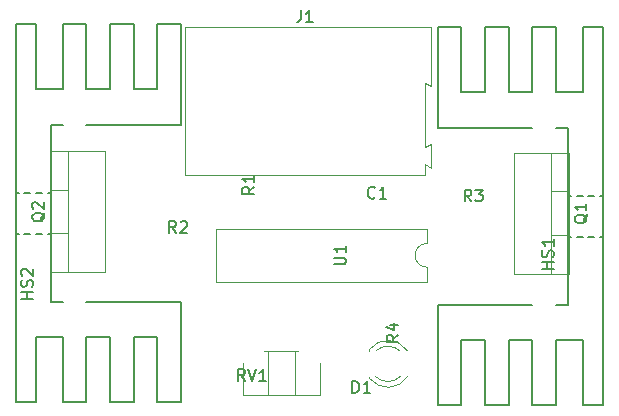
<source format=gbr>
%TF.GenerationSoftware,KiCad,Pcbnew,(5.1.6)-1*%
%TF.CreationDate,2021-10-24T20:30:52+03:00*%
%TF.ProjectId,INTERVER_OSCILLATER,494e5445-5256-4455-925f-4f5343494c4c,0*%
%TF.SameCoordinates,Original*%
%TF.FileFunction,Legend,Top*%
%TF.FilePolarity,Positive*%
%FSLAX46Y46*%
G04 Gerber Fmt 4.6, Leading zero omitted, Abs format (unit mm)*
G04 Created by KiCad (PCBNEW (5.1.6)-1) date 2021-10-24 20:30:52*
%MOMM*%
%LPD*%
G01*
G04 APERTURE LIST*
%ADD10C,0.150000*%
%ADD11C,0.120000*%
G04 APERTURE END LIST*
D10*
%TO.C,HS1*%
X180750000Y-80750000D02*
X180750000Y-112750000D01*
X177750000Y-89250000D02*
X177750000Y-104250000D01*
X166750000Y-89250000D02*
X166750000Y-80750000D01*
X166750000Y-104250000D02*
X166750000Y-112750000D01*
X177750000Y-104250000D02*
X176750000Y-104250000D01*
X177750000Y-89250000D02*
X176750000Y-89250000D01*
X174750000Y-89250000D02*
X166750000Y-89250000D01*
X174750000Y-104250000D02*
X166750000Y-104250000D01*
X176750000Y-86250000D02*
X176750000Y-80750000D01*
X174750000Y-80750000D02*
X174750000Y-86250000D01*
X176750000Y-107250000D02*
X176750000Y-112750000D01*
X174750000Y-107250000D02*
X174750000Y-112750000D01*
X179000000Y-107250000D02*
X179000000Y-112750000D01*
X168750000Y-107250000D02*
X168750000Y-112750000D01*
X172750000Y-107250000D02*
X172750000Y-112750000D01*
X170750000Y-107250000D02*
X170750000Y-112750000D01*
X168750000Y-86250000D02*
X168750000Y-80750000D01*
X170750000Y-80750000D02*
X170750000Y-86250000D01*
X172750000Y-86250000D02*
X172750000Y-80750000D01*
X179000000Y-86250000D02*
X179000000Y-80750000D01*
X180750000Y-112750000D02*
X179000000Y-112750000D01*
X179000000Y-80750000D02*
X180750000Y-80750000D01*
X179000000Y-86250000D02*
X176750000Y-86250000D01*
X174750000Y-86250000D02*
X172750000Y-86250000D01*
X176750000Y-80750000D02*
X174750000Y-80750000D01*
X172750000Y-80750000D02*
X170750000Y-80750000D01*
X170750000Y-86250000D02*
X168750000Y-86250000D01*
X168750000Y-80750000D02*
X166750000Y-80750000D01*
X170750000Y-107250000D02*
X168750000Y-107250000D01*
X174750000Y-107250000D02*
X172750000Y-107250000D01*
X179000000Y-107250000D02*
X176750000Y-107250000D01*
X176750000Y-112750000D02*
X174750000Y-112750000D01*
X172750000Y-112750000D02*
X170750000Y-112750000D01*
X168750000Y-112750000D02*
X166750000Y-112750000D01*
X180000000Y-95000000D02*
X179500000Y-95000000D01*
X179000000Y-95000000D02*
X178500000Y-95000000D01*
X180000000Y-98500000D02*
X179500000Y-98500000D01*
X179000000Y-98500000D02*
X178500000Y-98500000D01*
X178000000Y-98500000D02*
X177750000Y-98500000D01*
X178000000Y-95000000D02*
X177750000Y-95000000D01*
X180500000Y-95000000D02*
X180750000Y-95000000D01*
X180500000Y-98500000D02*
X180750000Y-98500000D01*
%TO.C,HS2*%
X131250000Y-94750000D02*
X131000000Y-94750000D01*
X131250000Y-98250000D02*
X131000000Y-98250000D01*
X133750000Y-98250000D02*
X134000000Y-98250000D01*
X133750000Y-94750000D02*
X134000000Y-94750000D01*
X132750000Y-94750000D02*
X133250000Y-94750000D01*
X131750000Y-94750000D02*
X132250000Y-94750000D01*
X132750000Y-98250000D02*
X133250000Y-98250000D01*
X131750000Y-98250000D02*
X132250000Y-98250000D01*
X143000000Y-80500000D02*
X145000000Y-80500000D01*
X139000000Y-80500000D02*
X141000000Y-80500000D01*
X135000000Y-80500000D02*
X137000000Y-80500000D01*
X132750000Y-86000000D02*
X135000000Y-86000000D01*
X137000000Y-86000000D02*
X139000000Y-86000000D01*
X141000000Y-86000000D02*
X143000000Y-86000000D01*
X143000000Y-112500000D02*
X145000000Y-112500000D01*
X141000000Y-107000000D02*
X143000000Y-107000000D01*
X139000000Y-112500000D02*
X141000000Y-112500000D01*
X135000000Y-112500000D02*
X137000000Y-112500000D01*
X137000000Y-107000000D02*
X139000000Y-107000000D01*
X132750000Y-107000000D02*
X135000000Y-107000000D01*
X132750000Y-112500000D02*
X131000000Y-112500000D01*
X131000000Y-80500000D02*
X132750000Y-80500000D01*
X132750000Y-107000000D02*
X132750000Y-112500000D01*
X139000000Y-107000000D02*
X139000000Y-112500000D01*
X141000000Y-112500000D02*
X141000000Y-107000000D01*
X143000000Y-107000000D02*
X143000000Y-112500000D01*
X141000000Y-86000000D02*
X141000000Y-80500000D01*
X139000000Y-86000000D02*
X139000000Y-80500000D01*
X143000000Y-86000000D02*
X143000000Y-80500000D01*
X132750000Y-86000000D02*
X132750000Y-80500000D01*
X137000000Y-86000000D02*
X137000000Y-80500000D01*
X135000000Y-86000000D02*
X135000000Y-80500000D01*
X137000000Y-112500000D02*
X137000000Y-107000000D01*
X135000000Y-107000000D02*
X135000000Y-112500000D01*
X137000000Y-89000000D02*
X145000000Y-89000000D01*
X137000000Y-104000000D02*
X145000000Y-104000000D01*
X134000000Y-104000000D02*
X135000000Y-104000000D01*
X134000000Y-89000000D02*
X135000000Y-89000000D01*
X145000000Y-89000000D02*
X145000000Y-80500000D01*
X145000000Y-104000000D02*
X145000000Y-112500000D01*
X134000000Y-104000000D02*
X134000000Y-89000000D01*
X131000000Y-112500000D02*
X131000000Y-80500000D01*
D11*
%TO.C,J1*%
X145350000Y-93300000D02*
X145350000Y-80700000D01*
X165650000Y-93300000D02*
X145350000Y-93300000D01*
X165650000Y-92350000D02*
X165650000Y-93300000D01*
X166200000Y-92650000D02*
X165650000Y-92350000D01*
X166200000Y-90600000D02*
X166200000Y-92650000D01*
X165650000Y-90900000D02*
X166200000Y-90600000D01*
X165650000Y-85500000D02*
X165650000Y-90900000D01*
X166150000Y-85750000D02*
X165650000Y-85500000D01*
X166150000Y-80700000D02*
X166150000Y-85750000D01*
X145350000Y-80700000D02*
X166150000Y-80700000D01*
%TO.C,U1*%
X165830000Y-99060000D02*
X165830000Y-97810000D01*
X165830000Y-97810000D02*
X147930000Y-97810000D01*
X147930000Y-97810000D02*
X147930000Y-102310000D01*
X147930000Y-102310000D02*
X165830000Y-102310000D01*
X165830000Y-102310000D02*
X165830000Y-101060000D01*
X165830000Y-101060000D02*
G75*
G02*
X165830000Y-99060000I0J1000000D01*
G01*
%TO.C,D1*%
X160960000Y-108014000D02*
X160960000Y-108170000D01*
X160960000Y-110330000D02*
X160960000Y-110486000D01*
X164192335Y-108171392D02*
G75*
G03*
X160960000Y-108014484I-1672335J-1078608D01*
G01*
X164192335Y-110328608D02*
G75*
G02*
X160960000Y-110485516I-1672335J1078608D01*
G01*
X163561130Y-108170163D02*
G75*
G03*
X161479039Y-108170000I-1041130J-1079837D01*
G01*
X163561130Y-110329837D02*
G75*
G02*
X161479039Y-110330000I-1041130J1079837D01*
G01*
%TO.C,Q1*%
X177870000Y-98351000D02*
X176360000Y-98351000D01*
X177870000Y-94650000D02*
X176360000Y-94650000D01*
X176360000Y-91380000D02*
X176360000Y-101620000D01*
X177870000Y-101620000D02*
X173229000Y-101620000D01*
X177870000Y-91380000D02*
X173229000Y-91380000D01*
X173229000Y-91380000D02*
X173229000Y-101620000D01*
X177870000Y-91380000D02*
X177870000Y-101620000D01*
%TO.C,Q2*%
X133930000Y-101480000D02*
X133930000Y-91240000D01*
X138571000Y-101480000D02*
X138571000Y-91240000D01*
X133930000Y-101480000D02*
X138571000Y-101480000D01*
X133930000Y-91240000D02*
X138571000Y-91240000D01*
X135440000Y-101480000D02*
X135440000Y-91240000D01*
X133930000Y-98210000D02*
X135440000Y-98210000D01*
X133930000Y-94509000D02*
X135440000Y-94509000D01*
%TO.C,RV1*%
X156770000Y-109175000D02*
X156770000Y-111870000D01*
X150230000Y-109175000D02*
X150230000Y-111870000D01*
X156770000Y-111870000D02*
X150230000Y-111870000D01*
X154934000Y-108129000D02*
X152065000Y-108129000D01*
X154620000Y-108129000D02*
X154620000Y-111870000D01*
X152380000Y-108129000D02*
X152380000Y-111870000D01*
X154620000Y-108129000D02*
X152380000Y-108129000D01*
X154620000Y-111870000D02*
X152380000Y-111870000D01*
%TO.C,HS1*%
D10*
X176552380Y-101213095D02*
X175552380Y-101213095D01*
X176028571Y-101213095D02*
X176028571Y-100641666D01*
X176552380Y-100641666D02*
X175552380Y-100641666D01*
X176504761Y-100213095D02*
X176552380Y-100070238D01*
X176552380Y-99832142D01*
X176504761Y-99736904D01*
X176457142Y-99689285D01*
X176361904Y-99641666D01*
X176266666Y-99641666D01*
X176171428Y-99689285D01*
X176123809Y-99736904D01*
X176076190Y-99832142D01*
X176028571Y-100022619D01*
X175980952Y-100117857D01*
X175933333Y-100165476D01*
X175838095Y-100213095D01*
X175742857Y-100213095D01*
X175647619Y-100165476D01*
X175600000Y-100117857D01*
X175552380Y-100022619D01*
X175552380Y-99784523D01*
X175600000Y-99641666D01*
X176552380Y-98689285D02*
X176552380Y-99260714D01*
X176552380Y-98975000D02*
X175552380Y-98975000D01*
X175695238Y-99070238D01*
X175790476Y-99165476D01*
X175838095Y-99260714D01*
%TO.C,HS2*%
X132452380Y-103738095D02*
X131452380Y-103738095D01*
X131928571Y-103738095D02*
X131928571Y-103166666D01*
X132452380Y-103166666D02*
X131452380Y-103166666D01*
X132404761Y-102738095D02*
X132452380Y-102595238D01*
X132452380Y-102357142D01*
X132404761Y-102261904D01*
X132357142Y-102214285D01*
X132261904Y-102166666D01*
X132166666Y-102166666D01*
X132071428Y-102214285D01*
X132023809Y-102261904D01*
X131976190Y-102357142D01*
X131928571Y-102547619D01*
X131880952Y-102642857D01*
X131833333Y-102690476D01*
X131738095Y-102738095D01*
X131642857Y-102738095D01*
X131547619Y-102690476D01*
X131500000Y-102642857D01*
X131452380Y-102547619D01*
X131452380Y-102309523D01*
X131500000Y-102166666D01*
X131547619Y-101785714D02*
X131500000Y-101738095D01*
X131452380Y-101642857D01*
X131452380Y-101404761D01*
X131500000Y-101309523D01*
X131547619Y-101261904D01*
X131642857Y-101214285D01*
X131738095Y-101214285D01*
X131880952Y-101261904D01*
X132452380Y-101833333D01*
X132452380Y-101214285D01*
%TO.C,J1*%
X155166666Y-79302380D02*
X155166666Y-80016666D01*
X155119047Y-80159523D01*
X155023809Y-80254761D01*
X154880952Y-80302380D01*
X154785714Y-80302380D01*
X156166666Y-80302380D02*
X155595238Y-80302380D01*
X155880952Y-80302380D02*
X155880952Y-79302380D01*
X155785714Y-79445238D01*
X155690476Y-79540476D01*
X155595238Y-79588095D01*
%TO.C,R2*%
X144583333Y-98152380D02*
X144250000Y-97676190D01*
X144011904Y-98152380D02*
X144011904Y-97152380D01*
X144392857Y-97152380D01*
X144488095Y-97200000D01*
X144535714Y-97247619D01*
X144583333Y-97342857D01*
X144583333Y-97485714D01*
X144535714Y-97580952D01*
X144488095Y-97628571D01*
X144392857Y-97676190D01*
X144011904Y-97676190D01*
X144964285Y-97247619D02*
X145011904Y-97200000D01*
X145107142Y-97152380D01*
X145345238Y-97152380D01*
X145440476Y-97200000D01*
X145488095Y-97247619D01*
X145535714Y-97342857D01*
X145535714Y-97438095D01*
X145488095Y-97580952D01*
X144916666Y-98152380D01*
X145535714Y-98152380D01*
%TO.C,U1*%
X157952380Y-100821904D02*
X158761904Y-100821904D01*
X158857142Y-100774285D01*
X158904761Y-100726666D01*
X158952380Y-100631428D01*
X158952380Y-100440952D01*
X158904761Y-100345714D01*
X158857142Y-100298095D01*
X158761904Y-100250476D01*
X157952380Y-100250476D01*
X158952380Y-99250476D02*
X158952380Y-99821904D01*
X158952380Y-99536190D02*
X157952380Y-99536190D01*
X158095238Y-99631428D01*
X158190476Y-99726666D01*
X158238095Y-99821904D01*
%TO.C,C1*%
X161428333Y-95157142D02*
X161380714Y-95204761D01*
X161237857Y-95252380D01*
X161142619Y-95252380D01*
X160999761Y-95204761D01*
X160904523Y-95109523D01*
X160856904Y-95014285D01*
X160809285Y-94823809D01*
X160809285Y-94680952D01*
X160856904Y-94490476D01*
X160904523Y-94395238D01*
X160999761Y-94300000D01*
X161142619Y-94252380D01*
X161237857Y-94252380D01*
X161380714Y-94300000D01*
X161428333Y-94347619D01*
X162380714Y-95252380D02*
X161809285Y-95252380D01*
X162095000Y-95252380D02*
X162095000Y-94252380D01*
X161999761Y-94395238D01*
X161904523Y-94490476D01*
X161809285Y-94538095D01*
%TO.C,D1*%
X159511904Y-111702380D02*
X159511904Y-110702380D01*
X159750000Y-110702380D01*
X159892857Y-110750000D01*
X159988095Y-110845238D01*
X160035714Y-110940476D01*
X160083333Y-111130952D01*
X160083333Y-111273809D01*
X160035714Y-111464285D01*
X159988095Y-111559523D01*
X159892857Y-111654761D01*
X159750000Y-111702380D01*
X159511904Y-111702380D01*
X161035714Y-111702380D02*
X160464285Y-111702380D01*
X160750000Y-111702380D02*
X160750000Y-110702380D01*
X160654761Y-110845238D01*
X160559523Y-110940476D01*
X160464285Y-110988095D01*
%TO.C,Q1*%
X179417619Y-96595238D02*
X179370000Y-96690476D01*
X179274761Y-96785714D01*
X179131904Y-96928571D01*
X179084285Y-97023809D01*
X179084285Y-97119047D01*
X179322380Y-97071428D02*
X179274761Y-97166666D01*
X179179523Y-97261904D01*
X178989047Y-97309523D01*
X178655714Y-97309523D01*
X178465238Y-97261904D01*
X178370000Y-97166666D01*
X178322380Y-97071428D01*
X178322380Y-96880952D01*
X178370000Y-96785714D01*
X178465238Y-96690476D01*
X178655714Y-96642857D01*
X178989047Y-96642857D01*
X179179523Y-96690476D01*
X179274761Y-96785714D01*
X179322380Y-96880952D01*
X179322380Y-97071428D01*
X179322380Y-95690476D02*
X179322380Y-96261904D01*
X179322380Y-95976190D02*
X178322380Y-95976190D01*
X178465238Y-96071428D01*
X178560476Y-96166666D01*
X178608095Y-96261904D01*
%TO.C,Q2*%
X133477619Y-96455238D02*
X133430000Y-96550476D01*
X133334761Y-96645714D01*
X133191904Y-96788571D01*
X133144285Y-96883809D01*
X133144285Y-96979047D01*
X133382380Y-96931428D02*
X133334761Y-97026666D01*
X133239523Y-97121904D01*
X133049047Y-97169523D01*
X132715714Y-97169523D01*
X132525238Y-97121904D01*
X132430000Y-97026666D01*
X132382380Y-96931428D01*
X132382380Y-96740952D01*
X132430000Y-96645714D01*
X132525238Y-96550476D01*
X132715714Y-96502857D01*
X133049047Y-96502857D01*
X133239523Y-96550476D01*
X133334761Y-96645714D01*
X133382380Y-96740952D01*
X133382380Y-96931428D01*
X132477619Y-96121904D02*
X132430000Y-96074285D01*
X132382380Y-95979047D01*
X132382380Y-95740952D01*
X132430000Y-95645714D01*
X132477619Y-95598095D01*
X132572857Y-95550476D01*
X132668095Y-95550476D01*
X132810952Y-95598095D01*
X133382380Y-96169523D01*
X133382380Y-95550476D01*
%TO.C,R1*%
X151202380Y-94266666D02*
X150726190Y-94600000D01*
X151202380Y-94838095D02*
X150202380Y-94838095D01*
X150202380Y-94457142D01*
X150250000Y-94361904D01*
X150297619Y-94314285D01*
X150392857Y-94266666D01*
X150535714Y-94266666D01*
X150630952Y-94314285D01*
X150678571Y-94361904D01*
X150726190Y-94457142D01*
X150726190Y-94838095D01*
X151202380Y-93314285D02*
X151202380Y-93885714D01*
X151202380Y-93600000D02*
X150202380Y-93600000D01*
X150345238Y-93695238D01*
X150440476Y-93790476D01*
X150488095Y-93885714D01*
%TO.C,R3*%
X169583333Y-95502380D02*
X169250000Y-95026190D01*
X169011904Y-95502380D02*
X169011904Y-94502380D01*
X169392857Y-94502380D01*
X169488095Y-94550000D01*
X169535714Y-94597619D01*
X169583333Y-94692857D01*
X169583333Y-94835714D01*
X169535714Y-94930952D01*
X169488095Y-94978571D01*
X169392857Y-95026190D01*
X169011904Y-95026190D01*
X169916666Y-94502380D02*
X170535714Y-94502380D01*
X170202380Y-94883333D01*
X170345238Y-94883333D01*
X170440476Y-94930952D01*
X170488095Y-94978571D01*
X170535714Y-95073809D01*
X170535714Y-95311904D01*
X170488095Y-95407142D01*
X170440476Y-95454761D01*
X170345238Y-95502380D01*
X170059523Y-95502380D01*
X169964285Y-95454761D01*
X169916666Y-95407142D01*
%TO.C,R4*%
X163402380Y-106786666D02*
X162926190Y-107120000D01*
X163402380Y-107358095D02*
X162402380Y-107358095D01*
X162402380Y-106977142D01*
X162450000Y-106881904D01*
X162497619Y-106834285D01*
X162592857Y-106786666D01*
X162735714Y-106786666D01*
X162830952Y-106834285D01*
X162878571Y-106881904D01*
X162926190Y-106977142D01*
X162926190Y-107358095D01*
X162735714Y-105929523D02*
X163402380Y-105929523D01*
X162354761Y-106167619D02*
X163069047Y-106405714D01*
X163069047Y-105786666D01*
%TO.C,RV1*%
X150404761Y-110702380D02*
X150071428Y-110226190D01*
X149833333Y-110702380D02*
X149833333Y-109702380D01*
X150214285Y-109702380D01*
X150309523Y-109750000D01*
X150357142Y-109797619D01*
X150404761Y-109892857D01*
X150404761Y-110035714D01*
X150357142Y-110130952D01*
X150309523Y-110178571D01*
X150214285Y-110226190D01*
X149833333Y-110226190D01*
X150690476Y-109702380D02*
X151023809Y-110702380D01*
X151357142Y-109702380D01*
X152214285Y-110702380D02*
X151642857Y-110702380D01*
X151928571Y-110702380D02*
X151928571Y-109702380D01*
X151833333Y-109845238D01*
X151738095Y-109940476D01*
X151642857Y-109988095D01*
%TD*%
M02*

</source>
